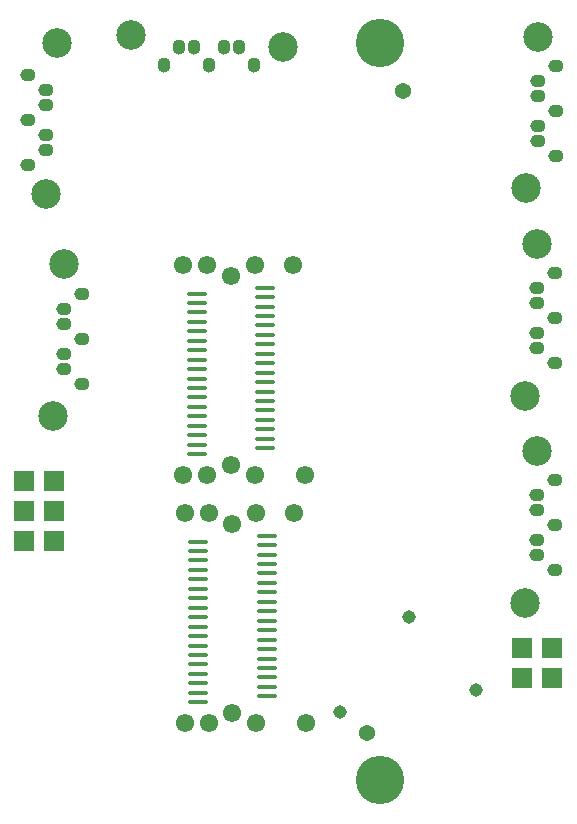
<source format=gts>
%FSLAX34Y34*%
G04 Gerber Fmt 3.4, Leading zero omitted, Abs format*
G04 (created by PCBNEW (2014-03-14 BZR 4749)-product) date Sat 15 Mar 2014 19:33:45 CET*
%MOIN*%
G01*
G70*
G90*
G04 APERTURE LIST*
%ADD10C,0.005906*%
%ADD11O,0.070866X0.013780*%
%ADD12C,0.061024*%
%ADD13C,0.161417*%
%ADD14C,0.053937*%
%ADD15C,0.098425*%
%ADD16O,0.051181X0.043307*%
%ADD17R,0.065000X0.065000*%
%ADD18O,0.043307X0.051181*%
%ADD19C,0.045000*%
G04 APERTURE END LIST*
G54D10*
G54D11*
X71224Y-43185D03*
X71224Y-43500D03*
X71224Y-43814D03*
X71224Y-44129D03*
X71224Y-44444D03*
X71224Y-44759D03*
X71224Y-45074D03*
X71224Y-45389D03*
X71224Y-45704D03*
X71224Y-46019D03*
X71224Y-46334D03*
X71224Y-46649D03*
X71224Y-46964D03*
X71224Y-47279D03*
X71224Y-47594D03*
X71224Y-47909D03*
X71224Y-48224D03*
X68933Y-43381D03*
X68933Y-43696D03*
X68933Y-44011D03*
X68933Y-44326D03*
X68933Y-44641D03*
X68933Y-44956D03*
X68933Y-45271D03*
X68933Y-45586D03*
X68933Y-45901D03*
X68933Y-46216D03*
X68933Y-46531D03*
X68933Y-46846D03*
X68933Y-47161D03*
X68933Y-47476D03*
X68933Y-47791D03*
X68933Y-48106D03*
X68933Y-48421D03*
G54D12*
X72141Y-42437D03*
X70866Y-42437D03*
X68492Y-42437D03*
X69291Y-42437D03*
X72535Y-49444D03*
X70866Y-49444D03*
X70078Y-42791D03*
X70078Y-49090D03*
X68492Y-49444D03*
X69291Y-49444D03*
G54D11*
X71224Y-48539D03*
X68933Y-48736D03*
G54D13*
X75000Y-51334D03*
G54D14*
X75787Y-28350D03*
X74586Y-49759D03*
G54D13*
X75000Y-26775D03*
G54D15*
X63858Y-31799D03*
G54D16*
X63858Y-30330D03*
G54D15*
X64251Y-26748D03*
G54D16*
X63858Y-29830D03*
X63858Y-28830D03*
X63858Y-28330D03*
X63267Y-27830D03*
X63267Y-29330D03*
X63267Y-30830D03*
G54D17*
X64122Y-43362D03*
X64122Y-42362D03*
X64122Y-41362D03*
X63122Y-41362D03*
X63122Y-42362D03*
X63122Y-43362D03*
X80736Y-47940D03*
X80736Y-46940D03*
X79736Y-46940D03*
X79736Y-47940D03*
G54D15*
X64488Y-34145D03*
G54D16*
X64488Y-35614D03*
G54D15*
X64094Y-39196D03*
G54D16*
X64488Y-36114D03*
X64488Y-37114D03*
X64488Y-37614D03*
X65078Y-38114D03*
X65078Y-36614D03*
X65078Y-35114D03*
G54D15*
X80275Y-26547D03*
G54D16*
X80275Y-28015D03*
G54D15*
X79881Y-31598D03*
G54D16*
X80275Y-28515D03*
X80275Y-29515D03*
X80275Y-30015D03*
X80866Y-30515D03*
X80866Y-29015D03*
X80866Y-27515D03*
G54D15*
X71759Y-26889D03*
G54D18*
X70291Y-26889D03*
G54D15*
X66708Y-26496D03*
G54D18*
X69791Y-26889D03*
X68791Y-26889D03*
X68291Y-26889D03*
X67791Y-27480D03*
X69291Y-27480D03*
X70791Y-27480D03*
G54D11*
X71185Y-34917D03*
X71185Y-35232D03*
X71185Y-35547D03*
X71185Y-35862D03*
X71185Y-36177D03*
X71185Y-36492D03*
X71185Y-36807D03*
X71185Y-37122D03*
X71185Y-37437D03*
X71185Y-37751D03*
X71185Y-38066D03*
X71185Y-38381D03*
X71185Y-38696D03*
X71185Y-39011D03*
X71185Y-39326D03*
X71185Y-39641D03*
X71185Y-39956D03*
X68893Y-35114D03*
X68893Y-35429D03*
X68893Y-35744D03*
X68893Y-36059D03*
X68893Y-36374D03*
X68893Y-36688D03*
X68893Y-37003D03*
X68893Y-37318D03*
X68893Y-37633D03*
X68893Y-37948D03*
X68893Y-38263D03*
X68893Y-38578D03*
X68893Y-38893D03*
X68893Y-39208D03*
X68893Y-39523D03*
X68893Y-39838D03*
X68893Y-40153D03*
G54D12*
X72102Y-34169D03*
X70826Y-34169D03*
X68452Y-34169D03*
X69251Y-34169D03*
X72496Y-41177D03*
X70826Y-41177D03*
X70039Y-34523D03*
X70039Y-40822D03*
X68452Y-41177D03*
X69251Y-41177D03*
G54D11*
X71185Y-40271D03*
X68893Y-40468D03*
G54D15*
X80236Y-40366D03*
G54D16*
X80236Y-41834D03*
G54D15*
X79842Y-45417D03*
G54D16*
X80236Y-42334D03*
X80236Y-43334D03*
X80236Y-43834D03*
X80826Y-44334D03*
X80826Y-42834D03*
X80826Y-41334D03*
G54D15*
X80236Y-33476D03*
G54D16*
X80236Y-34944D03*
G54D15*
X79842Y-38527D03*
G54D16*
X80236Y-35444D03*
X80236Y-36444D03*
X80236Y-36944D03*
X80826Y-37444D03*
X80826Y-35944D03*
X80826Y-34444D03*
G54D19*
X75964Y-45885D03*
X78208Y-48326D03*
X73661Y-49074D03*
M02*

</source>
